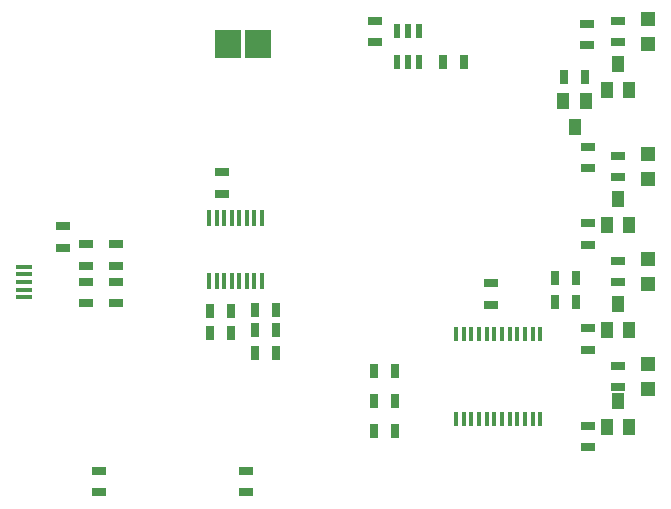
<source format=gbr>
G04 EAGLE Gerber RS-274X export*
G75*
%MOMM*%
%FSLAX34Y34*%
%LPD*%
%INSolderpaste Top*%
%IPPOS*%
%AMOC8*
5,1,8,0,0,1.08239X$1,22.5*%
G01*
%ADD10R,0.550000X1.200000*%
%ADD11R,0.381000X1.397000*%
%ADD12R,0.400000X1.250000*%
%ADD13R,0.800000X1.200000*%
%ADD14R,1.200000X0.800000*%
%ADD15R,1.270000X0.635000*%
%ADD16R,2.286000X2.438400*%
%ADD17R,1.200000X1.200000*%
%ADD18R,1.000000X1.400000*%
%ADD19R,1.350000X0.400000*%


D10*
X377800Y432100D03*
X368300Y432100D03*
X358800Y432100D03*
X358800Y406100D03*
X377800Y406100D03*
X368300Y406100D03*
D11*
X244475Y274320D03*
X238125Y274320D03*
X231775Y274320D03*
X225425Y274320D03*
X219075Y274320D03*
X212725Y274320D03*
X206375Y274320D03*
X200025Y274320D03*
X200025Y220980D03*
X206375Y220980D03*
X212725Y220980D03*
X219075Y220980D03*
X225425Y220980D03*
X231775Y220980D03*
X238125Y220980D03*
X244475Y220980D03*
D12*
X408750Y103450D03*
X415250Y103450D03*
X421750Y103450D03*
X428250Y103450D03*
X434750Y103450D03*
X441250Y103450D03*
X447750Y103450D03*
X454250Y103450D03*
X460750Y103450D03*
X467250Y103450D03*
X473750Y103450D03*
X480250Y103450D03*
X467250Y175950D03*
X460750Y175950D03*
X454250Y175950D03*
X447750Y175950D03*
X441250Y175950D03*
X434750Y175950D03*
X428250Y175950D03*
X421750Y175950D03*
X415250Y175950D03*
X408750Y175950D03*
X473750Y175950D03*
X480250Y175950D03*
D13*
X238650Y179070D03*
X256650Y179070D03*
X256650Y160020D03*
X238650Y160020D03*
D14*
X120650Y251570D03*
X120650Y233570D03*
X120650Y219820D03*
X120650Y201820D03*
X76200Y266810D03*
X76200Y248810D03*
X95250Y233570D03*
X95250Y251570D03*
X95250Y219820D03*
X95250Y201820D03*
X210820Y312530D03*
X210820Y294530D03*
D13*
X218550Y176530D03*
X200550Y176530D03*
X218550Y195580D03*
X200550Y195580D03*
D15*
X241300Y417521D03*
X241300Y425759D03*
D16*
X241300Y421640D03*
D15*
X215900Y417521D03*
X215900Y425759D03*
D16*
X215900Y421640D03*
D13*
X492650Y223520D03*
X510650Y223520D03*
X492650Y203200D03*
X510650Y203200D03*
D14*
X438150Y200550D03*
X438150Y218550D03*
D13*
X338980Y93980D03*
X356980Y93980D03*
D14*
X230886Y59800D03*
X230886Y41800D03*
D13*
X356980Y119380D03*
X338980Y119380D03*
X356980Y144780D03*
X338980Y144780D03*
D14*
X339852Y422546D03*
X339852Y440546D03*
D13*
X397400Y406400D03*
X415400Y406400D03*
D17*
X571500Y442300D03*
X571500Y421300D03*
D14*
X546100Y422800D03*
X546100Y440800D03*
D18*
X546100Y404700D03*
X555600Y382700D03*
X536600Y382700D03*
D14*
X519430Y438260D03*
X519430Y420260D03*
D18*
X509270Y350950D03*
X499770Y372950D03*
X518770Y372950D03*
D13*
X500270Y393700D03*
X518270Y393700D03*
D14*
X520700Y334120D03*
X520700Y316120D03*
D17*
X571500Y328000D03*
X571500Y307000D03*
D14*
X546100Y326500D03*
X546100Y308500D03*
D18*
X546100Y290400D03*
X555600Y268400D03*
X536600Y268400D03*
D14*
X520700Y251350D03*
X520700Y269350D03*
D17*
X571500Y239100D03*
X571500Y218100D03*
D14*
X546100Y237600D03*
X546100Y219600D03*
D18*
X546100Y201500D03*
X555600Y179500D03*
X536600Y179500D03*
D14*
X520700Y162450D03*
X520700Y180450D03*
D17*
X571500Y150200D03*
X571500Y129200D03*
D14*
X546100Y148700D03*
X546100Y130700D03*
D18*
X546100Y118950D03*
X555600Y96950D03*
X536600Y96950D03*
D14*
X520700Y79900D03*
X520700Y97900D03*
X106680Y59800D03*
X106680Y41800D03*
D13*
X238650Y196088D03*
X256650Y196088D03*
D19*
X42986Y206710D03*
X42986Y213210D03*
X42986Y219710D03*
X42986Y226210D03*
X42986Y232710D03*
M02*

</source>
